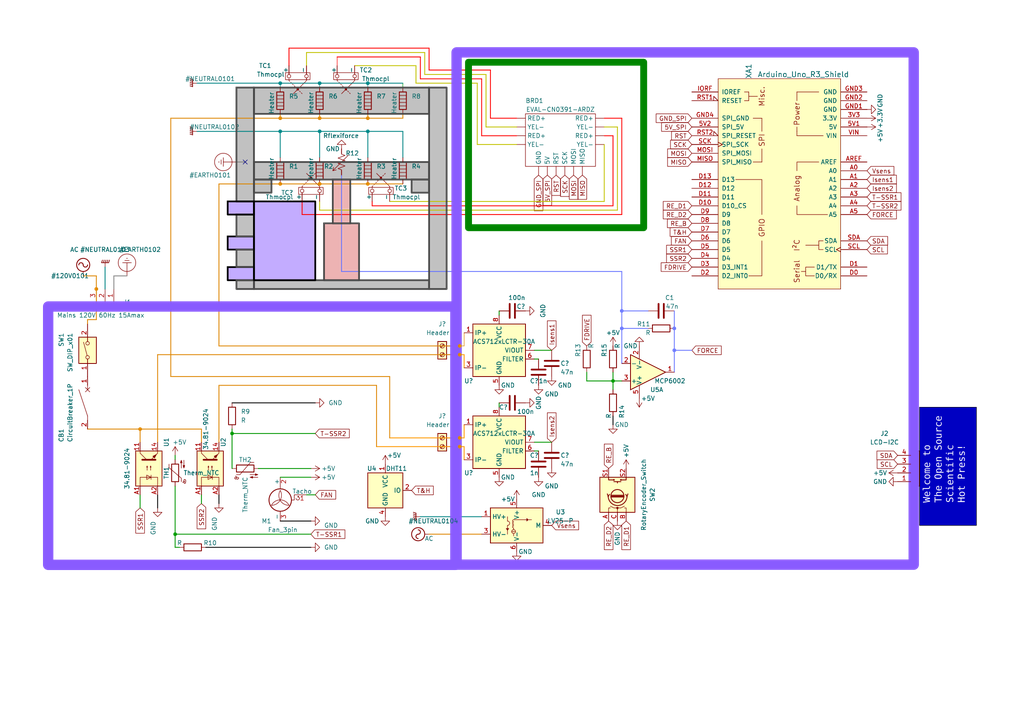
<source format=kicad_sch>
(kicad_sch (version 20230121) (generator eeschema)
  (paper "A4")
  (lib_symbols
    (symbol "Amplifier_Operational:MCP6002-xMC" (pin_names (offset 0.127))
      (property "Reference" "U" (at 0 5.08 0))
      (property "Value" "MCP6002-xMC" (at 0 -5.08 0))
      (symbol "MCP6002-xMC_0_1"
        (pin power_in line (at -2.54 -7.62 90) (length 3.81) (name "V-") (number "2"))
        (pin power_in line (at -2.54 7.62 270) (length 3.81) (name "V+") (number "5"))
      )
      (symbol "MCP6002-xMC_1_1"
        (pin output line (at 7.62 0 180) (length 2.54) (name "~") (number "1"))
        (pin input line (at -7.62 -2.54 0) (length 2.54) (name "-") (number "2"))
        (pin input line (at -7.62 2.54 0) (length 2.54) (name "+") (number "3"))
      )
      (symbol "MCP6002-xMC_2_1"
        (pin input line (at -7.62 2.54 0) (length 2.54) (name "+") (number "5"))
        (pin input line (at -7.62 -2.54 0) (length 2.54) (name "-") (number "6"))
        (pin output line (at 7.62 0 180) (length 2.54) (name "~") (number "7"))
      )
      (symbol "MCP6002-xMC_3_1"
        (pin power_in line (at -2.54 -7.62 90) (length 3.81) (name "V-") (number "4"))
        (pin power_in line (at -2.54 7.62 270) (length 3.81) (name "V+") (number "8"))
        (pin passive line (at -2.54 -7.62 90) (length 3.81) hide (name "V-") (number "9"))
      )
    )
    (symbol "Connector:Screw_Terminal_01x02" (pin_names (offset 1.016) hide)
      (property "Reference" "J" (at 0 2.54 0))
      (property "Value" "Screw_Terminal_01x02" (at 0 -5.08 0))
      (symbol "Screw_Terminal_01x02_1_1"
        (pin passive line (at -5.08 0 0) (length 3.81) (name "Pin_1") (number "1"))
        (pin passive line (at -5.08 -2.54 0) (length 3.81) (name "Pin_2") (number "2"))
      )
    )
    (symbol "Connector:Screw_Terminal_01x03" (pin_names (offset 1.016) hide)
      (property "Reference" "J" (at 0 5.08 0))
      (property "Value" "Screw_Terminal_01x03" (at 0 -5.08 0))
      (symbol "Screw_Terminal_01x03_1_1"
        (pin passive line (at -5.08 2.54 0) (length 3.81) (name "Pin_1") (number "1"))
        (pin passive line (at -5.08 0 0) (length 3.81) (name "Pin_2") (number "2"))
        (pin passive line (at -5.08 -2.54 0) (length 3.81) (name "Pin_3") (number "3"))
      )
    )
    (symbol "Connector_Generic:Conn_01x04" (pin_names (offset 1.016) hide)
      (property "Reference" "J" (at 0 5.08 0))
      (property "Value" "Conn_01x04" (at 0 -7.62 0))
      (symbol "Conn_01x04_1_1"
        (pin passive line (at -5.08 2.54 0) (length 3.81) (name "Pin_1") (number "1"))
        (pin passive line (at -5.08 0 0) (length 3.81) (name "Pin_2") (number "2"))
        (pin passive line (at -5.08 -2.54 0) (length 3.81) (name "Pin_3") (number "3"))
        (pin passive line (at -5.08 -5.08 0) (length 3.81) (name "Pin_4") (number "4"))
      )
    )
    (symbol "Device:C" (pin_numbers hide) (pin_names (offset 0.254))
      (property "Reference" "C" (at 0.635 2.54 0))
      (property "Value" "C" (at 0.635 -2.54 0))
      (symbol "C_1_1"
        (pin passive line (at 0 3.81 270) (length 2.794) (name "~") (number "1"))
        (pin passive line (at 0 -3.81 90) (length 2.794) (name "~") (number "2"))
      )
    )
    (symbol "Device:CircuitBreaker_1P"
      (property "Reference" "CB" (at 1.905 0 0))
      (property "Value" "CircuitBreaker_1P" (at 1.905 1.905 0))
      (symbol "CircuitBreaker_1P_1_1"
        (pin passive line (at 0 7.62 270) (length 2.54) (name "~") (number "1"))
        (pin passive line (at 0 -7.62 90) (length 2.54) (name "~") (number "2"))
      )
    )
    (symbol "Device:Heater" (pin_numbers hide) (pin_names (offset 0))
      (property "Reference" "R" (at 2.032 0 90))
      (property "Value" "Heater" (at -2.032 0 90))
      (symbol "Heater_1_1"
        (pin passive line (at 0 3.81 270) (length 1.27) (name "~") (number "1"))
        (pin passive line (at 0 -3.81 90) (length 1.27) (name "~") (number "2"))
      )
    )
    (symbol "Device:R" (pin_numbers hide) (pin_names (offset 0))
      (property "Reference" "R" (at 2.032 0 90))
      (property "Value" "R" (at 0 0 90))
      (symbol "R_1_1"
        (pin passive line (at 0 3.81 270) (length 1.27) (name "~") (number "1"))
        (pin passive line (at 0 -3.81 90) (length 1.27) (name "~") (number "2"))
      )
    )
    (symbol "Device:R_Variable_US" (pin_numbers hide) (pin_names (offset 0))
      (property "Reference" "R" (at 2.54 -2.54 90))
      (property "Value" "R_Variable_US" (at -2.54 -1.27 90))
      (symbol "R_Variable_US_1_1"
        (pin passive line (at 0 3.81 270) (length 1.27) (name "~") (number "1"))
        (pin passive line (at 0 -3.81 90) (length 1.27) (name "~") (number "2"))
      )
    )
    (symbol "Device:RotaryEncoder_Switch" (pin_names (offset 0.254) hide)
      (property "Reference" "SW" (at 0 6.604 0))
      (property "Value" "RotaryEncoder_Switch" (at 0 -6.604 0))
      (symbol "RotaryEncoder_Switch_1_1"
        (pin passive line (at -7.62 2.54 0) (length 2.54) (name "A") (number "A"))
        (pin passive line (at -7.62 -2.54 0) (length 2.54) (name "B") (number "B"))
        (pin passive line (at -7.62 0 0) (length 2.54) (name "C") (number "C"))
        (pin passive line (at 7.62 2.54 180) (length 2.54) (name "S1") (number "S1"))
        (pin passive line (at 7.62 -2.54 180) (length 2.54) (name "S2") (number "S2"))
      )
    )
    (symbol "Device:Thermistor_NTC" (pin_numbers hide) (pin_names (offset 0))
      (property "Reference" "TH" (at -4.445 0 90))
      (property "Value" "Thermistor_NTC" (at 3.175 0 90))
      (symbol "Thermistor_NTC_1_1"
        (pin passive line (at 0 3.81 270) (length 1.27) (name "~") (number "1"))
        (pin passive line (at 0 -3.81 90) (length 1.27) (name "~") (number "2"))
      )
    )
    (symbol "Device:Thermocouple_Block" (pin_numbers hide) (pin_names (offset 0))
      (property "Reference" "TC" (at -3.048 3.81 0))
      (property "Value" "Thermocouple_Block" (at -5.08 -4.064 0))
      (symbol "Thermocouple_Block_1_1"
        (pin passive line (at 5.08 2.54 180) (length 2.54) (name "+") (number "1"))
        (pin passive line (at 5.08 -2.54 180) (length 2.54) (name "-") (number "2"))
      )
    )
    (symbol "GND_1" (power) (pin_names (offset 0))
      (property "Value" "GND_1" (at 0 -3.81 0))
      (symbol "GND_1_1_1"
        (pin power_in line (at 0 0 270) (length 0) hide (name "GND") (number "1"))
      )
    )
    (symbol "Motor:Fan_3pin" (pin_names (offset 0))
      (property "Reference" "M" (at 2.54 2.54 0))
      (property "Value" "Fan_3pin" (at 2.54 -5.08 0))
      (symbol "Fan_3pin_1_1"
        (pin passive line (at -7.62 0 0) (length 2.54) (name "Tacho") (number "1"))
        (pin passive line (at 0 5.08 270) (length 2.54) (name "+") (number "2"))
        (pin passive line (at 0 -7.62 90) (length 2.54) (name "-") (number "3"))
      )
    )
    (symbol "PCM_arduino-library:Arduino_Uno_R3_Shield" (pin_names (offset 1.016))
      (property "Reference" "XA" (at 0 36.83 0))
      (property "Value" "Arduino_Uno_R3_Shield" (at 0 33.02 0))
      (symbol "Arduino_Uno_R3_Shield_0_0"
        (text "Analog" (at -5.08 1.27 900) (effects (font (size 1.524 1.524))))
        (text "I²C" (at -5.08 17.78 900) (effects (font (size 1.524 1.524))))
        (text "Misc." (at 5.08 -25.4 900) (effects (font (size 1.524 1.524))))
        (text "Power" (at -5.08 -20.32 900) (effects (font (size 1.524 1.524))))
        (text "Serial" (at -5.08 25.4 900) (effects (font (size 1.524 1.524))))
        (text "SPI" (at 5.08 -12.7 900) (effects (font (size 1.524 1.524))))
      )
      (symbol "Arduino_Uno_R3_Shield_1_0"
        (text "GPIO" (at 5.08 12.7 900) (effects (font (size 1.524 1.524))))
      )
      (symbol "Arduino_Uno_R3_Shield_1_1"
        (pin power_out line (at -25.4 -19.05 0) (length 7.62) (name "3.3V") (number "3V3"))
        (pin power_in line (at -25.4 -16.51 0) (length 7.62) (name "5V") (number "5V1"))
        (pin power_in line (at 25.4 -16.51 180) (length 7.62) (name "SPI_5V") (number "5V2"))
        (pin bidirectional line (at -25.4 -3.81 0) (length 7.62) (name "A0") (number "A0"))
        (pin bidirectional line (at -25.4 -1.27 0) (length 7.62) (name "A1") (number "A1"))
        (pin bidirectional line (at -25.4 1.27 0) (length 7.62) (name "A2") (number "A2"))
        (pin bidirectional line (at -25.4 3.81 0) (length 7.62) (name "A3") (number "A3"))
        (pin bidirectional line (at -25.4 6.35 0) (length 7.62) (name "A4") (number "A4"))
        (pin bidirectional line (at -25.4 8.89 0) (length 7.62) (name "A5") (number "A5"))
        (pin input line (at -25.4 -6.35 0) (length 7.62) (name "AREF") (number "AREF"))
        (pin bidirectional line (at -25.4 26.67 0) (length 7.62) (name "D0/RX") (number "D0"))
        (pin bidirectional line (at -25.4 24.13 0) (length 7.62) (name "D1/TX") (number "D1"))
        (pin bidirectional line (at 25.4 6.35 180) (length 7.62) (name "D10_CS") (number "D10"))
        (pin bidirectional line (at 25.4 3.81 180) (length 7.62) (name "D11") (number "D11"))
        (pin bidirectional line (at 25.4 1.27 180) (length 7.62) (name "D12") (number "D12"))
        (pin bidirectional line (at 25.4 -1.27 180) (length 7.62) (name "D13") (number "D13"))
        (pin bidirectional line (at 25.4 26.67 180) (length 7.62) (name "D2_INT0") (number "D2"))
        (pin bidirectional line (at 25.4 24.13 180) (length 7.62) (name "D3_INT1") (number "D3"))
        (pin bidirectional line (at 25.4 21.59 180) (length 7.62) (name "D4") (number "D4"))
        (pin bidirectional line (at 25.4 19.05 180) (length 7.62) (name "D5") (number "D5"))
        (pin bidirectional line (at 25.4 16.51 180) (length 7.62) (name "D6") (number "D6"))
        (pin bidirectional line (at 25.4 13.97 180) (length 7.62) (name "D7") (number "D7"))
        (pin bidirectional line (at 25.4 11.43 180) (length 7.62) (name "D8") (number "D8"))
        (pin bidirectional line (at 25.4 8.89 180) (length 7.62) (name "D9") (number "D9"))
        (pin power_in line (at -25.4 -21.59 0) (length 7.62) (name "GND") (number "GND1"))
        (pin power_in line (at -25.4 -24.13 0) (length 7.62) (name "GND") (number "GND2"))
        (pin power_in line (at -25.4 -26.67 0) (length 7.62) (name "GND") (number "GND3"))
        (pin power_in line (at 25.4 -19.05 180) (length 7.62) (name "SPI_GND") (number "GND4"))
        (pin output line (at 25.4 -26.67 180) (length 7.62) (name "IOREF") (number "IORF"))
        (pin input line (at 25.4 -6.35 180) (length 7.62) (name "SPI_MISO") (number "MISO"))
        (pin output line (at 25.4 -8.89 180) (length 7.62) (name "SPI_MOSI") (number "MOSI"))
        (pin open_collector input_low (at 25.4 -24.13 180) (length 7.62) (name "RESET") (number "RST1"))
        (pin open_collector input_low (at 25.4 -13.97 180) (length 7.62) (name "SPI_RESET") (number "RST2"))
        (pin output clock (at 25.4 -11.43 180) (length 7.62) (name "SPI_SCK") (number "SCK"))
        (pin bidirectional clock (at -25.4 19.05 0) (length 7.62) (name "SCL") (number "SCL"))
        (pin bidirectional line (at -25.4 16.51 0) (length 7.62) (name "SDA") (number "SDA"))
        (pin power_in line (at -25.4 -13.97 0) (length 7.62) (name "VIN") (number "VIN"))
      )
    )
    (symbol "Relay_SolidState:34.81-9024"
      (property "Reference" "U" (at -5.08 5.08 0))
      (property "Value" "34.81-9024" (at 0 5.08 0))
      (symbol "34.81-9024_1_1"
        (pin passive line (at 7.62 2.54 180) (length 2.54) (name "~") (number "11"))
        (pin passive line (at 7.62 -2.54 180) (length 2.54) (name "~") (number "14"))
        (pin passive line (at -7.62 2.54 0) (length 2.54) (name "~") (number "A1"))
        (pin passive line (at -7.62 -2.54 0) (length 2.54) (name "~") (number "A2"))
      )
    )
    (symbol "Sensor:DHT11"
      (property "Reference" "U" (at -3.81 6.35 0))
      (property "Value" "DHT11" (at 3.81 6.35 0))
      (symbol "DHT11_1_1"
        (pin power_in line (at 0 7.62 270) (length 2.54) (name "VCC") (number "1"))
        (pin bidirectional line (at 7.62 0 180) (length 2.54) (name "IO") (number "2"))
        (pin no_connect line (at -5.08 0 0) (length 2.54) hide (name "NC") (number "3"))
        (pin power_in line (at 0 -7.62 90) (length 2.54) (name "GND") (number "4"))
      )
    )
    (symbol "Sensor_Current:ACS712xLCTR-30A"
      (property "Reference" "U" (at 2.54 11.43 0))
      (property "Value" "ACS712xLCTR-30A" (at 2.54 8.89 0))
      (symbol "ACS712xLCTR-30A_1_1"
        (pin passive line (at -10.16 5.08 0) (length 2.54) (name "IP+") (number "1"))
        (pin passive line (at -10.16 5.08 0) (length 2.54) hide (name "IP+") (number "2"))
        (pin passive line (at -10.16 -5.08 0) (length 2.54) (name "IP-") (number "3"))
        (pin passive line (at -10.16 -5.08 0) (length 2.54) hide (name "IP-") (number "4"))
        (pin power_in line (at 0 -10.16 90) (length 2.54) (name "GND") (number "5"))
        (pin passive line (at 10.16 -2.54 180) (length 2.54) (name "FILTER") (number "6"))
        (pin output line (at 10.16 0 180) (length 2.54) (name "VIOUT") (number "7"))
        (pin power_in line (at 0 10.16 270) (length 2.54) (name "VCC") (number "8"))
      )
    )
    (symbol "Sensor_Voltage:LV25-P"
      (property "Reference" "U" (at -6.35 6.35 0))
      (property "Value" "LV25-P" (at 5.08 6.35 0))
      (symbol "LV25-P_1_1"
        (pin input line (at -10.16 2.54 0) (length 2.54) (name "HV+") (number "1"))
        (pin input line (at -10.16 -2.54 0) (length 2.54) (name "HV-") (number "3"))
        (pin output line (at 10.16 0 180) (length 2.54) (name "M") (number "4"))
        (pin power_in line (at 0 7.62 270) (length 2.54) (name "V+") (number "5"))
        (pin power_in line (at 0 -7.62 90) (length 2.54) (name "V-") (number "6"))
      )
    )
    (symbol "Switch:SW_DIP_x01" (pin_names (offset 0) hide)
      (property "Reference" "SW" (at 0 3.81 0))
      (property "Value" "SW_DIP_x01" (at 0 -3.81 0))
      (symbol "SW_DIP_x01_1_1"
        (pin passive line (at -7.62 0 0) (length 5.08) (name "~") (number "1"))
        (pin passive line (at 7.62 0 180) (length 5.08) (name "~") (number "2"))
      )
    )
    (symbol "custom:EVAL_CN0391-ARDZ"
      (property "Reference" "BRD" (at 0 0 0))
      (symbol "EVAL_CN0391-ARDZ_1_1"
        (pin input line (at -3.81 -10.16 90) (length 2.54) (name "5V") (number ""))
        (pin passive line (at -6.35 -10.16 90) (length 2.54) (name "GND") (number ""))
        (pin bidirectional line (at 6.35 -10.16 90) (length 2.54) (name "MISO") (number ""))
        (pin bidirectional line (at 3.81 -10.16 90) (length 2.54) (name "MOSI") (number ""))
        (pin input line (at -12.7 1.27 0) (length 2.54) (name "RED+") (number ""))
        (pin input line (at -12.7 6.35 0) (length 2.54) (name "RED+") (number ""))
        (pin input line (at 12.7 1.27 180) (length 2.54) (name "RED+") (number ""))
        (pin input line (at 12.7 6.35 180) (length 2.54) (name "RED+") (number ""))
        (pin bidirectional line (at -1.27 -10.16 90) (length 2.54) (name "RST") (number ""))
        (pin bidirectional line (at 1.27 -10.16 90) (length 2.54) (name "SCK") (number ""))
        (pin input line (at -12.7 -1.27 0) (length 2.54) (name "YEL-") (number ""))
        (pin input line (at -12.7 3.81 0) (length 2.54) (name "YEL-") (number ""))
        (pin input line (at 12.7 -1.27 180) (length 2.54) (name "YEL-") (number ""))
        (pin input line (at 12.7 3.81 180) (length 2.54) (name "YEL-") (number ""))
      )
    )
    (symbol "power:+3.3V" (power) (pin_names (offset 0))
      (property "Value" "+3.3V" (at 0 3.556 0))
      (symbol "+3.3V_1_1"
        (pin power_in line (at 0 0 90) (length 0) hide (name "+3.3V") (number "1"))
      )
    )
    (symbol "power:+5V" (power) (pin_names (offset 0))
      (property "Value" "+5V" (at 0 3.556 0))
      (symbol "+5V_1_1"
        (pin power_in line (at 0 0 90) (length 0) hide (name "+5V") (number "1"))
      )
    )
    (symbol "power:AC" (power) (pin_names (offset 0))
      (property "Value" "AC" (at 0 6.35 0))
      (symbol "AC_1_1"
        (pin power_in line (at 0 0 90) (length 0) hide (name "AC") (number "1"))
      )
    )
    (symbol "power:Earth_Protective" (power) (pin_names (offset 0))
      (symbol "Earth_Protective_1_1"
        (pin power_in line (at 0 0 270) (length 0) hide (name "Earth_Protective") (number "1"))
      )
    )
    (symbol "power:GND" (power) (pin_names (offset 0))
      (property "Value" "GND" (at 0 -3.81 0))
      (symbol "GND_1_1"
        (pin power_in line (at 0 0 270) (length 0) hide (name "GND") (number "1"))
      )
    )
    (symbol "power:GNDPWR" (power) (pin_names (offset 0))
      (property "Value" "GNDPWR" (at 0 -3.302 0))
      (symbol "GNDPWR_1_1"
        (pin power_in line (at 0 0 270) (length 0) hide (name "GNDPWR") (number "1"))
      )
    )
  )
  (junction (at 133.35 129.54) (color 221 133 0 1))
  (junction (at 92.71 34.29) (color 221 133 0 1))
  (junction (at 195.58 95.25) (color 106 119 255 1))
  (junction (at 106.68 38.1) (color 0 132 132 1))
  (junction (at 133.35 102.87) (color 221 133 0 1))
  (junction (at 67.31 125.73))
  (junction (at 106.68 24.13) (color 0 132 132 1))
  (junction (at 92.71 24.13) (color 0 132 132 1))
  (junction (at 81.28 24.13) (color 0 132 132 1))
  (junction (at 40.64 124.46) (color 221 133 0 1))
  (junction (at 195.58 101.6) (color 106 119 255 1))
  (junction (at 180.34 90.17) (color 106 119 255 1))
  (junction (at 27.94 83.82) (color 221 133 0 1))
  (junction (at 106.68 53.34) (color 221 133 0 1))
  (junction (at 81.28 53.34) (color 221 133 0 1))
  (junction (at 50.8 154.94))
  (junction (at 133.35 127) (color 221 133 0 1))
  (junction (at 133.35 100.33) (color 221 133 0 1))
  (junction (at 81.28 34.29) (color 221 133 0 1))
  (junction (at 106.68 34.29) (color 221 133 0 1))
  (junction (at 177.8 110.49))
  (junction (at 92.71 53.34) (color 221 133 0 1))
  (junction (at 92.71 38.1) (color 0 132 132 1))
  (junction (at 180.34 95.25) (color 106 119 255 1))
  (junction (at 81.28 38.1) (color 0 132 132 1))
  (no_connect (at 71.12 46.99))
  (wire (pts (xy 116.84 34.29) (xy 106.68 34.29)) (stroke (width 0.25) (color 221 133 0 1)))
  (wire (pts (xy 92.71 24.13) (xy 106.68 24.13)) (stroke (width 0.25) (color 0 132 132 1)))
  (wire (pts (xy 177.8 39.37) (xy 175.26 39.37)) (stroke (width 0.25) (color 255 0 0 1)))
  (wire (pts (xy 116.84 34.29) (xy 116.84 33.02)) (stroke (width 0.25) (color 221 133 0 1)))
  (wire (pts (xy 25.4 124.46) (xy 40.64 124.46)) (stroke (width 0.25) (color 221 133 0 1)))
  (wire (pts (xy 45.72 147.32) (xy 45.72 143.51)) (stroke (width 0.25) (color 0 0 0 1)))
  (wire (pts (xy 45.72 102.87) (xy 45.72 128.27)) (stroke (width 0.25) (color 221 133 0 1)))
  (wire (pts (xy 142.24 20.32) (xy 124.46 20.32)) (stroke (width 0.25) (color 255 0 0 1)))
  (wire (pts (xy 88.9 19.05) (xy 88.9 15.24)) (stroke (width 0.25) (color 194 194 0 1)))
  (wire (pts (xy 59.69 158.75) (xy 90.17 158.75)) (stroke (width 0.25) (color 0 0 0 1)))
  (wire (pts (xy 175.26 41.91) (xy 175.26 58.42)) (stroke (width 0.25) (color 194 194 0 1)))
  (wire (pts (xy 133.35 100.33) (xy 63.5 100.33)) (stroke (width 0.25) (color 221 133 0 1)))
  (wire (pts (xy 57.15 38.1) (xy 81.28 38.1)) (stroke (width 0.25) (color 0 132 132 1)))
  (wire (pts (xy 97.79 19.05) (xy 97.79 16.51)) (stroke (width 0) (color 255 0 0 1)))
  (wire (pts (xy 170.18 110.49) (xy 170.18 107.95)) (stroke (width 0.25)))
  (wire (pts (xy 123.19 15.24) (xy 123.19 21.59)) (stroke (width 0.25) (color 194 194 0 1)))
  (wire (pts (xy 27.94 92.71) (xy 27.94 83.82)) (stroke (width 0.25) (color 221 133 0 1)))
  (wire (pts (xy 109.22 111.76) (xy 109.22 129.54)) (stroke (width 0.25) (color 221 133 0 1)))
  (wire (pts (xy 63.5 100.33) (xy 63.5 53.34)) (stroke (width 0.25) (color 221 133 0 1)))
  (wire (pts (xy 40.64 147.32) (xy 40.64 143.51)) (stroke (width 0.25)))
  (wire (pts (xy 92.71 33.02) (xy 92.71 34.29)) (stroke (width 0.25) (color 221 133 0 1)))
  (wire (pts (xy 92.71 53.34) (xy 106.68 53.34)) (stroke (width 0.25) (color 221 133 0 1)))
  (wire (pts (xy 144.78 90.17) (xy 144.78 91.44)) (stroke (width 0.25)))
  (wire (pts (xy 106.68 34.29) (xy 92.71 34.29)) (stroke (width 0.25) (color 221 133 0 1)))
  (wire (pts (xy 106.68 33.02) (xy 106.68 34.29)) (stroke (width 0.25) (color 221 133 0 1)))
  (wire (pts (xy 139.7 22.86) (xy 139.7 39.37)) (stroke (width 0.25) (color 255 0 0 1)))
  (wire (pts (xy 63.5 146.05) (xy 63.5 143.51)) (stroke (width 0.25) (color 0 0 0 1)))
  (wire (pts (xy 99.06 50.8) (xy 99.06 78.74)) (stroke (width 0.25) (color 106 119 255 1)))
  (wire (pts (xy 180.34 95.25) (xy 180.34 105.41)) (stroke (width 0.25) (color 106 119 255 1)))
  (wire (pts (xy 50.8 154.94) (xy 90.17 154.94)) (stroke (width 0.25)))
  (wire (pts (xy 88.9 143.51) (xy 91.44 143.51)) (stroke (width 0.25)))
  (wire (pts (xy 81.28 38.1) (xy 92.71 38.1)) (stroke (width 0.25) (color 0 132 132 1)))
  (wire (pts (xy 92.71 60.96) (xy 92.71 58.42)) (stroke (width 0.25) (color 194 194 0 1)))
  (wire (pts (xy 58.42 128.27) (xy 58.42 124.46)) (stroke (width 0.25) (color 221 133 0 1)))
  (wire (pts (xy 149.86 34.29) (xy 142.24 34.29)) (stroke (width 0.25) (color 255 0 0 1)))
  (wire (pts (xy 107.95 59.69) (xy 177.8 59.69)) (stroke (width 0.25) (color 255 0 0 1)))
  (wire (pts (xy 120.65 24.13) (xy 138.43 24.13)) (stroke (width 0.25) (color 194 194 0 1)))
  (wire (pts (xy 63.5 111.76) (xy 109.22 111.76)) (stroke (width 0.25) (color 221 133 0 1)))
  (wire (pts (xy 133.35 129.54) (xy 134.62 129.54)) (stroke (width 0.25) (color 255 153 0 1)))
  (wire (pts (xy 92.71 24.13) (xy 92.71 25.4)) (stroke (width 0) (color 0 132 132 1)))
  (wire (pts (xy 170.18 110.49) (xy 177.8 110.49)) (stroke (width 0.25)))
  (wire (pts (xy 50.8 132.08) (xy 50.8 133.35)) (stroke (width 0.25)))
  (wire (pts (xy 49.53 34.29) (xy 49.53 109.22)) (stroke (width 0.25) (color 221 133 0 1)))
  (wire (pts (xy 25.4 93.98) (xy 25.4 92.71)) (stroke (width 0.25) (color 221 133 0 1)))
  (wire (pts (xy 133.35 127) (xy 134.62 127)) (stroke (width 0.25) (color 255 153 0 1)))
  (wire (pts (xy 180.34 78.74) (xy 180.34 90.17)) (stroke (width 0.25) (color 106 119 255 1)))
  (wire (pts (xy 81.28 151.13) (xy 90.17 151.13)) (stroke (width 0.25) (color 0 0 0 1)))
  (wire (pts (xy 102.87 19.05) (xy 120.65 19.05)) (stroke (width 0.25) (color 194 194 0 1)))
  (wire (pts (xy 58.42 124.46) (xy 40.64 124.46)) (stroke (width 0.25) (color 221 133 0 1)))
  (wire (pts (xy 177.8 123.19) (xy 177.8 120.65)) (stroke (width 0.25) (color 0 0 0 1)))
  (wire (pts (xy 49.53 34.29) (xy 81.28 34.29)) (stroke (width 0.25) (color 221 133 0 1)))
  (wire (pts (xy 177.8 110.49) (xy 177.8 113.03)) (stroke (width 0.25)))
  (wire (pts (xy 121.92 22.86) (xy 139.7 22.86)) (stroke (width 0.25) (color 255 0 0 1)))
  (wire (pts (xy 140.97 36.83) (xy 149.86 36.83)) (stroke (width 0.25) (color 194 194 0 1)))
  (wire (pts (xy 30.48 77.47) (xy 30.48 83.82)) (stroke (width 0.25) (color 0 132 132 1)))
  (wire (pts (xy 113.03 127) (xy 133.35 127)) (stroke (width 0.25) (color 255 153 0 1)))
  (wire (pts (xy 177.8 107.95) (xy 177.8 110.49)) (stroke (width 0.25)))
  (wire (pts (xy 116.84 45.72) (xy 116.84 38.1)) (stroke (width 0.25) (color 0 132 132 1)))
  (wire (pts (xy 195.58 101.6) (xy 195.58 107.95)) (stroke (width 0.25) (color 106 119 255 1)))
  (wire (pts (xy 74.93 135.89) (xy 90.17 135.89)) (stroke (width 0.25)))
  (wire (pts (xy 92.71 38.1) (xy 106.68 38.1)) (stroke (width 0.25) (color 0 132 132 1)))
  (wire (pts (xy 154.94 101.6) (xy 160.02 101.6)) (stroke (width 0.25)))
  (wire (pts (xy 67.31 116.84) (xy 91.44 116.84)) (stroke (width 0.25) (color 0 0 0 1)))
  (wire (pts (xy 133.35 102.87) (xy 134.62 102.87)) (stroke (width 0.25) (color 255 153 0 1)))
  (wire (pts (xy 175.26 58.42) (xy 113.03 58.42)) (stroke (width 0.25) (color 194 194 0 1)))
  (wire (pts (xy 179.07 36.83) (xy 179.07 60.96)) (stroke (width 0.25) (color 194 194 0 1)))
  (wire (pts (xy 116.84 25.4) (xy 116.84 24.13)))
  (wire (pts (xy 154.94 128.27) (xy 160.02 128.27)) (stroke (width 0.25)))
  (wire (pts (xy 138.43 41.91) (xy 149.86 41.91)) (stroke (width 0.25) (color 194 194 0 1)))
  (wire (pts (xy 106.68 53.34) (xy 116.84 53.34)) (stroke (width 0.25) (color 221 133 0 1)))
  (wire (pts (xy 113.03 109.22) (xy 113.03 127)) (stroke (width 0.25) (color 221 133 0 1)))
  (wire (pts (xy 87.63 58.42) (xy 87.63 62.23)) (stroke (width 0.25) (color 255 0 0 1)))
  (wire (pts (xy 134.62 96.52) (xy 134.62 100.33)) (stroke (width 0) (color 221 133 0 1)))
  (wire (pts (xy 50.8 158.75) (xy 50.8 154.94)) (stroke (width 0.25)))
  (wire (pts (xy 106.68 24.13) (xy 116.84 24.13)) (stroke (width 0.25) (color 0 132 132 1)))
  (wire (pts (xy 200.66 101.6) (xy 195.58 101.6)) (stroke (width 0.25) (color 106 119 255 1)))
  (wire (pts (xy 91.44 125.73) (xy 67.31 125.73)) (stroke (width 0.25)))
  (wire (pts (xy 88.9 15.24) (xy 123.19 15.24)) (stroke (width 0.25) (color 194 194 0 1)))
  (wire (pts (xy 24.13 80.01) (xy 27.94 80.01)) (stroke (width 0.25) (color 221 133 0 1)))
  (wire (pts (xy 138.43 24.13) (xy 138.43 41.91)) (stroke (width 0.25) (color 194 194 0 1)))
  (wire (pts (xy 123.19 21.59) (xy 140.97 21.59)) (stroke (width 0.25) (color 194 194 0 1)))
  (wire (pts (xy 99.06 78.74) (xy 180.34 78.74)) (stroke (width 0.25) (color 106 119 255 1)))
  (wire (pts (xy 81.28 138.43) (xy 90.17 138.43)) (stroke (width 0.25)))
  (wire (pts (xy 107.95 58.42) (xy 107.95 59.69)) (stroke (width 0.25) (color 255 0 0 1)))
  (wire (pts (xy 180.34 90.17) (xy 180.34 95.25)) (stroke (width 0.25) (color 106 119 255 1)))
  (wire (pts (xy 63.5 128.27) (xy 63.5 111.76)) (stroke (width 0.25) (color 221 133 0 1)))
  (wire (pts (xy 40.64 124.46) (xy 40.64 128.27)) (stroke (width 0.25) (color 221 133 0 1)))
  (wire (pts (xy 124.46 13.97) (xy 83.82 13.97)) (stroke (width 0.25) (color 255 0 0 1)))
  (wire (pts (xy 177.8 110.49) (xy 180.34 110.49)) (stroke (width 0.25)))
  (wire (pts (xy 45.72 102.87) (xy 133.35 102.87)) (stroke (width 0.25) (color 221 133 0 1)))
  (wire (pts (xy 121.92 16.51) (xy 121.92 22.86)) (stroke (width 0.25) (color 255 0 0 1)))
  (wire (pts (xy 134.62 129.54) (xy 134.62 133.35)) (stroke (width 0.25) (color 255 153 0 1)))
  (wire (pts (xy 142.24 34.29) (xy 142.24 20.32)) (stroke (width 0.25) (color 255 0 0 1)))
  (wire (pts (xy 120.65 19.05) (xy 120.65 24.13)) (stroke (width 0.25) (color 194 194 0 1)))
  (wire (pts (xy 52.07 158.75) (xy 50.8 158.75)) (stroke (width 0.25)))
  (wire (pts (xy 177.8 59.69) (xy 177.8 39.37)) (stroke (width 0.25) (color 255 0 0 1)))
  (wire (pts (xy 68.58 46.99) (xy 71.12 46.99)) (stroke (width 0.25) (color 132 132 132 1)))
  (wire (pts (xy 121.92 149.86) (xy 139.7 149.86)) (stroke (width 0.25) (color 0 132 132 1)))
  (wire (pts (xy 36.83 80.01) (xy 33.02 80.01)) (stroke (width 0.25) (color 132 132 132 1)))
  (wire (pts (xy 92.71 38.1) (xy 92.71 45.72)) (stroke (width 0.25) (color 0 132 132 1)))
  (wire (pts (xy 109.22 129.54) (xy 133.35 129.54)) (stroke (width 0.25) (color 255 153 0 1)))
  (wire (pts (xy 195.58 95.25) (xy 195.58 101.6)) (stroke (width 0.25) (color 106 119 255 1)))
  (wire (pts (xy 180.34 95.25) (xy 187.96 95.25)) (stroke (width 0.25) (color 106 119 255 1)))
  (wire (pts (xy 140.97 21.59) (xy 140.97 36.83)) (stroke (width 0.25) (color 194 194 0 1)))
  (wire (pts (xy 133.35 100.33) (xy 134.62 100.33)) (stroke (width 0) (color 221 133 0 1)))
  (wire (pts (xy 81.28 33.02) (xy 81.28 34.29)) (stroke (width 0.25) (color 221 133 0 1)))
  (wire (pts (xy 180.34 62.23) (xy 180.34 34.29)) (stroke (width 0.25) (color 255 0 0 1)))
  (wire (pts (xy 144.78 116.84) (xy 144.78 118.11)) (stroke (width 0.25)))
  (wire (pts (xy 87.63 62.23) (xy 180.34 62.23)) (stroke (width 0.25) (color 255 0 0 1)))
  (wire (pts (xy 33.02 80.01) (xy 33.02 83.82)) (stroke (width 0.25) (color 132 132 132 1)))
  (wire (pts (xy 27.94 80.01) (xy 27.94 83.82)) (stroke (width 0.25) (color 221 133 0 1)))
  (wire (pts (xy 195.58 90.17) (xy 195.58 95.25)) (stroke (width 0.25) (color 106 119 255 1)))
  (wire (pts (xy 81.28 38.1) (xy 81.28 45.72)) (stroke (width 0.25) (color 0 132 132 1)))
  (wire (pts (xy 179.07 60.96) (xy 92.71 60.96)) (stroke (width 0.25) (color 194 194 0 1)))
  (wire (pts (xy 156.21 104.14) (xy 154.94 104.14)) (stroke (width 0.25)))
  (wire (pts (xy 25.4 92.71) (xy 27.94 92.71)) (stroke (width 0.25) (color 221 133 0 1)))
  (wire (pts (xy 106.68 38.1) (xy 106.68 45.72)) (stroke (width 0.25) (color 0 132 132 1)))
  (wire (pts (xy 175.26 36.83) (xy 179.07 36.83)) (stroke (width 0.25) (color 194 194 0 1)))
  (wire (pts (xy 58.42 146.05) (xy 58.42 143.51)) (stroke (width 0.25)))
  (wire (pts (xy 67.31 125.73) (xy 67.31 135.89)) (stroke (width 0.25)))
  (wire (pts (xy 180.34 90.17) (xy 187.96 90.17)) (stroke (width 0.25) (color 106 119 255 1)))
  (wire (pts (xy 106.68 24.13) (xy 106.68 25.4)) (stroke (width 0) (color 0 132 132 1)))
  (wire (pts (xy 156.21 130.81) (xy 154.94 130.81)) (stroke (width 0.25)))
  (wire (pts (xy 139.7 39.37) (xy 149.86 39.37)) (stroke (width 0.25) (color 255 0 0 1)))
  (wire (pts (xy 97.79 16.51) (xy 121.92 16.51)) (stroke (width 0.25) (color 255 0 0 1)))
  (wire (pts (xy 50.8 140.97) (xy 50.8 154.94)) (stroke (width 0.25)))
  (wire (pts (xy 81.28 24.13) (xy 92.71 24.13)) (stroke (width 0.25) (color 0 132 132 1)))
  (wire (pts (xy 92.71 34.29) (xy 81.28 34.29)) (stroke (width 0.25) (color 221 133 0 1)))
  (wire (pts (xy 57.15 24.13) (xy 81.28 24.13)) (stroke (width 0.25) (color 0 132 132 1)))
  (wire (pts (xy 81.28 53.34) (xy 92.71 53.34)) (stroke (width 0.25) (color 221 133 0 1)))
  (wire (pts (xy 124.46 20.32) (xy 124.46 13.97)) (stroke (width 0.25) (color 255 0 0 1)))
  (wire (pts (xy 180.34 34.29) (xy 175.26 34.29)) (stroke (width 0.25) (color 255 0 0 1)))
  (wire (pts (xy 83.82 13.97) (xy 83.82 19.05)) (stroke (width 0.25) (color 255 0 0 1)))
  (wire (pts (xy 106.68 38.1) (xy 116.84 38.1)) (stroke (width 0.25) (color 0 132 132 1)))
  (wire (pts (xy 63.5 53.34) (xy 81.28 53.34)) (stroke (width 0.25) (color 221 133 0 1)))
  (wire (pts (xy 67.31 125.73) (xy 67.31 124.46)) (stroke (width 0.25)))
  (wire (pts (xy 134.62 102.87) (xy 134.62 106.68)) (stroke (width 0.25) (color 255 153 0 1)))
  (wire (pts (xy 124.46 154.94) (xy 139.7 154.94)) (stroke (width 0.25) (color 221 133 0 1)))
  (wire (pts (xy 81.28 24.13) (xy 81.28 25.4)) (stroke (width 0) (color 0 132 132 1)))
  (wire (pts (xy 49.53 109.22) (xy 113.03 109.22)) (stroke (width 0.25) (color 221 133 0 1)))
  (wire (pts (xy 134.62 123.19) (xy 134.62 127)) (stroke (width 0.25) (color 255 153 0 1)))
  (rectangle (start 96.52 52.07) (end 101.6 64.77) (stroke (width 0.5) (color 72 72 72 0.5)) (fill (type color) (color 194 0 0 0.3)))
  (rectangle (start 73.66 52.07) (end 78.74 55.88) (stroke (width 0.5) (color 72 72 72 0.3)) (fill (type color) (color 132 132 132 0.5)))
  (rectangle (start 66.04 68.58) (end 73.66 72.39) (stroke (width 0.5) (color 0 0 0 0.3)) (fill (type color) (color 137 91 255 0.5)))
  (rectangle (start 119.38 52.07) (end 124.46 55.88) (stroke (width 0.5) (color 72 72 72 0.3)) (fill (type color) (color 132 132 132 0.5)))
  (rectangle (start 73.66 58.42) (end 91.44 81.28) (stroke (width 0.5) (color 0 0 0 0.3)) (fill (type color) (color 137 91 255 0.5)))
  (rectangle (start 124.46 25.4) (end 129.54 83.82) (stroke (width 0.5) (color 72 72 72 0.3)) (fill (type color) (color 132 132 132 0.5)))
  (rectangle (start 13.97 88.9) (end 132.08 163.83) (stroke (width 3) (color 137 91 255 0.5490196078)))
  (rectangle (start 132.4327 15.1884) (end 265.0189 163.7784) (stroke (width 3) (color 137 91 255 0.5490196078)))
  (rectangle (start 135.89 18.0489) (end 186.69 66.04) (stroke (width 2) (color 0 132 0 1)))
  (rectangle (start 73.66 46.99) (end 124.46 52.07) (stroke (width 0.5) (color 72 72 72 0.3)) (fill (type color) (color 132 132 132 0.5)))
  (rectangle (start 93.98 64.77) (end 104.14 81.28) (stroke (width 0.5) (color 72 72 72 0.5)) (fill (type color) (color 194 0 0 0.3)))
  (rectangle (start 73.66 81.28) (end 124.46 83.82) (stroke (width 0.5) (color 72 72 72 0.3)) (fill (type color) (color 132 132 132 0.5)))
  (rectangle (start 68.58 25.4) (end 73.66 58.42) (stroke (width 0.5) (color 72 72 72 0.3)) (fill (type color) (color 132 132 132 0.5)))
  (rectangle (start 68.58 62.23) (end 73.66 68.58) (stroke (width 0.5) (color 72 72 72 0.3)) (fill (type color) (color 132 132 132 0.5)))
  (rectangle (start 73.66 25.4) (end 124.46 33.02) (stroke (width 0.5) (color 72 72 72 0.3)) (fill (type color) (color 132 132 132 0.5)))
  (rectangle (start 66.04 77.47) (end 73.66 81.28) (stroke (width 0.5) (color 0 0 0 0.3)) (fill (type color) (color 137 91 255 0.5)))
  (rectangle (start 266.7 118.11) (end 283.21 152.4) (stroke (width 0) (color 0 0 0 1)) (fill (type color) (color 0 0 194 1)))
  (rectangle (start 66.04 58.42) (end 73.66 62.23) (stroke (width 0.5) (color 0 0 0 0.3)) (fill (type color) (color 137 91 255 0.5)))
  (rectangle (start 68.58 81.28) (end 73.66 83.82) (stroke (width 0.5) (color 72 72 72 0.3)) (fill (type color) (color 132 132 132 0.5)))
  (rectangle (start 68.58 72.39) (end 73.66 77.47) (stroke (width 0.5) (color 72 72 72 0.3)) (fill (type color) (color 132 132 132 0.5)))
  (text "Welcome to \nThe Open Source\nScientific\nHot Press!" (at 280.67 146.05 90) (effects (font (size 2 2)) (justify left bottom)))
  (global_label "GND_SPI" (shape input) (at 156.21 50.8 270) (property "Intersheetrefs" "${INTERSHEET_REFS}" (effects hide)))
  (global_label "5V_SPI" (shape input) (at 200.66 36.83 180) (property "Intersheetrefs" "${INTERSHEET_REFS}" (effects hide)))
  (global_label "Vsens" (shape input) (at 251.46 49.53 0) (property "Intersheetrefs" "${INTERSHEET_REFS}" (effects hide)))
  (global_label "SDA" (shape input) (at 260.35 132.08 180) (property "Intersheetrefs" "${INTERSHEET_REFS}" (effects hide)))
  (global_label "SSR1" (shape input) (at 40.64 147.32 270) (property "Intersheetrefs" "${INTERSHEET_REFS}" (effects hide)))
  (global_label "RE_D1" (shape input) (at 181.61 151.13 270) (property "Intersheetrefs" "${INTERSHEET_REFS}" (effects hide)))
  (global_label "FORCE" (shape input) (at 251.46 62.23 0) (property "Intersheetrefs" "${INTERSHEET_REFS}" (effects hide)))
  (global_label "T-SSR1" (shape input) (at 251.46 57.15 0) (property "Intersheetrefs" "${INTERSHEET_REFS}" (effects hide)))
  (global_label "Vsens" (shape input) (at 160.02 152.4 0) (property "Intersheetrefs" "${INTERSHEET_REFS}" (effects hide)))
  (global_label "SSR2" (shape input) (at 200.66 74.93 180) (property "Intersheetrefs" "${INTERSHEET_REFS}" (effects hide)))
  (global_label "MOSI" (shape input) (at 200.66 44.45 180) (property "Intersheetrefs" "${INTERSHEET_REFS}" (effects hide)))
  (global_label "FDRIVE" (shape input) (at 170.18 100.33 90) (property "Intersheetrefs" "${INTERSHEET_REFS}" (effects hide)))
  (global_label "T-SSR2" (shape input) (at 251.46 59.69 0) (property "Intersheetrefs" "${INTERSHEET_REFS}" (effects hide)))
  (global_label "GND_SPI" (shape input) (at 200.66 34.29 180) (property "Intersheetrefs" "${INTERSHEET_REFS}" (effects hide)))
  (global_label "SCL" (shape input) (at 260.35 134.62 180) (property "Intersheetrefs" "${INTERSHEET_REFS}" (effects hide)))
  (global_label "SCK" (shape input) (at 163.83 50.8 270) (property "Intersheetrefs" "${INTERSHEET_REFS}" (effects hide)))
  (global_label "RST" (shape input) (at 200.66 39.37 180) (property "Intersheetrefs" "${INTERSHEET_REFS}" (effects hide)))
  (global_label "SCL" (shape input) (at 251.46 72.39 0) (property "Intersheetrefs" "${INTERSHEET_REFS}" (effects hide)))
  (global_label "RE_D1" (shape input) (at 200.66 59.69 180) (property "Intersheetrefs" "${INTERSHEET_REFS}" (effects hide)))
  (global_label "SDA" (shape input) (at 251.46 69.85 0) (property "Intersheetrefs" "${INTERSHEET_REFS}" (effects hide)))
  (global_label "T-SSR2" (shape input) (at 91.44 125.73 0) (property "Intersheetrefs" "${INTERSHEET_REFS}" (effects hide)))
  (global_label "FDRIVE" (shape input) (at 200.66 77.47 180) (property "Intersheetrefs" "${INTERSHEET_REFS}" (effects hide)))
  (global_label "SSR1" (shape input) (at 200.66 72.39 180) (property "Intersheetrefs" "${INTERSHEET_REFS}" (effects hide)))
  (global_label "RE_B" (shape input) (at 200.66 64.77 180) (property "Intersheetrefs" "${INTERSHEET_REFS}" (effects hide)))
  (global_label "Isens2" (shape input) (at 160.02 128.27 90) (property "Intersheetrefs" "${INTERSHEET_REFS}" (effects hide)))
  (global_label "MISO" (shape input) (at 168.91 50.8 270) (property "Intersheetrefs" "${INTERSHEET_REFS}" (effects hide)))
  (global_label "SCK" (shape input) (at 200.66 41.91 180) (property "Intersheetrefs" "${INTERSHEET_REFS}" (effects hide)))
  (global_label "FAN" (shape input) (at 200.66 69.85 180) (property "Intersheetrefs" "${INTERSHEET_REFS}" (effects hide)))
  (global_label "RE_D2" (shape input) (at 200.66 62.23 180) (property "Intersheetrefs" "${INTERSHEET_REFS}" (effects hide)))
  (global_label "FAN" (shape input) (at 91.44 143.51 0) (property "Intersheetrefs" "${INTERSHEET_REFS}" (effects hide)))
  (global_label "Isens2" (shape input) (at 251.46 54.61 0) (property "Intersheetrefs" "${INTERSHEET_REFS}" (effects hide)))
  (global_label "RST" (shape input) (at 161.29 50.8 270) (property "Intersheetrefs" "${INTERSHEET_REFS}" (effects hide)))
  (global_label "FORCE" (shape input) (at 200.66 101.6 0) (property "Intersheetrefs" "${INTERSHEET_REFS}" (effects hide)))
  (global_label "MISO" (shape input) (at 200.66 46.99 180) (property "Intersheetrefs" "${INTERSHEET_REFS}" (effects hide)))
  (global_label "Isens1" (shape input) (at 160.02 101.6 90) (property "Intersheetrefs" "${INTERSHEET_REFS}" (effects hide)))
  (global_label "5V_SPI" (shape input) (at 158.75 50.8 270) (property "Intersheetrefs" "${INTERSHEET_REFS}" (effects hide)))
  (global_label "T-SSR1" (shape input) (at 90.17 154.94 0) (property "Intersheetrefs" "${INTERSHEET_REFS}" (effects hide)))
  (global_label "T&H" (shape input) (at 200.66 67.31 180) (property "Intersheetrefs" "${INTERSHEET_REFS}" (effects hide)))
  (global_label "RE_D2" (shape input) (at 176.53 151.13 270) (property "Intersheetrefs" "${INTERSHEET_REFS}" (effects hide)))
  (global_label "T&H" (shape input) (at 119.38 142.24 0) (property "Intersheetrefs" "${INTERSHEET_REFS}" (effects hide)))
  (global_label "Isens1" (shape input) (at 251.46 52.07 0) (property "Intersheetrefs" "${INTERSHEET_REFS}" (effects hide)))
  (global_label "MOSI" (shape input) (at 166.37 50.8 270) (property "Intersheetrefs" "${INTERSHEET_REFS}" (effects hide)))
  (global_label "RE_B" (shape input) (at 176.53 135.89 90) (property "Intersheetrefs" "${INTERSHEET_REFS}" (effects hide)))
  (global_label "SSR2" (shape input) (at 58.42 146.05 270) (property "Intersheetrefs" "${INTERSHEET_REFS}" (effects hide)))
  (symbol (lib_id "Sensor_Voltage:LV25-P") (at 149.86 152.4 0) (unit 1)
    (property "Reference" "U3" (at 162.56 148.5139 0))
    (property "Value" "LV25-P" (at 162.56 151.0539 0))
    (property "Footprint" "Sensor_Voltage:LEM_LV25-P" (effects hide))
    (property "Datasheet" "https://www.lem.com/sites/default/files/products_datasheets/lv_25-p.pdf" (effects hide))
  )
  (symbol (lib_id "Device:Thermocouple_Block") (at 90.17 53.34 90) (mirror x) (unit 1)
    (property "Reference" "TC?" (at 85.09 55.88 90) (effects (justify left)))
    (property "Value" "Thmocpl" (at 85.09 57.15 90) (effects (justify left)))
  )
  (symbol (lib_id "Device:RotaryEncoder_Switch") (at 179.07 143.51 90) (unit 1)
    (property "Reference" "SW2" (at 189.23 143.51 0))
    (property "Value" "RotaryEncoder_Switch" (at 186.69 143.51 0))
  )
  (symbol (lib_id "power:GND") (at 156.21 111.76 0) (unit 1)
    (property "Reference" "#PWR017" (effects hide))
    (property "Value" "GND" (at 160.02 114.3 0))
  )
  (symbol (lib_id "Sensor_Current:ACS712xLCTR-30A") (at 144.78 101.6 0) (unit 1)
    (property "Reference" "U?" (at 134.62 110.49 0) (effects (justify left)))
    (property "Value" "ACS712xLCTR-30A" (at 137.16 99.06 0) (effects (justify left)))
    (property "Footprint" "Package_SO:SOIC-8_3.9x4.9mm_P1.27mm" (effects hide))
    (property "Datasheet" "http://www.allegromicro.com/~/media/Files/Datasheets/ACS712-Datasheet.ashx?la=en" (effects hide))
  )
  (symbol (lib_id "Device:Heater") (at 106.68 29.21 0) (unit 1)
    (property "Reference" "R7" (at 109.22 27.94 0) (effects (justify left)))
    (property "Value" "Heater" (at 104.14 33.02 90) (effects (justify left)))
  )
  (symbol (lib_id "Motor:Fan_3pin") (at 81.28 143.51 0) (mirror y) (unit 1)
    (property "Reference" "M1" (at 78.74 151.13 0) (effects (justify left)))
    (property "Value" "Fan_3pin" (at 86.36 153.67 0) (effects (justify left)))
    (property "Datasheet" "http://www.hardwarecanucks.com/forum/attachments/new-builds/16287d1330775095-help-chassis-power-fan-connectors-motherboard-asus_p8z68.jpg" (effects hide))
  )
  (symbol (lib_name "GND_1") (lib_id "power:GND") (at 149.86 160.02 0) (unit 1)
    (property "Reference" "#PWR04" (effects hide))
    (property "Value" "GND" (at 152.4 160.02 0))
  )
  (symbol (lib_id "power:GND") (at 144.78 111.76 0) (unit 1)
    (property "Reference" "#PWR?" (effects hide))
    (property "Value" "GND" (at 147.32 111.76 0))
  )
  (symbol (lib_id "Device:Thermocouple_Block") (at 86.36 24.13 90) (unit 1)
    (property "Reference" "TC1" (at 78.74 19.05 90) (effects (justify left)))
    (property "Value" "Thmocpl" (at 82.55 21.59 90) (effects (justify left)))
  )
  (symbol (lib_id "power:GNDPWR") (at 121.92 149.86 270) (unit 1)
    (property "Reference" "NEUTRAL" (at 125.73 151.13 90))
    (property "Value" "GNDPWR" (effects hide))
  )
  (symbol (lib_id "power:GND") (at 91.44 116.84 90) (unit 1)
    (property "Reference" "#PWR011" (effects hide))
    (property "Value" "GND" (at 95.25 116.84 90) (effects (justify right)))
  )
  (symbol (lib_id "power:Earth_Protective") (at 36.83 80.01 180) (unit 1)
    (property "Reference" "EARTH" (at 40.64 72.39 0))
    (property "Value" "Earth_Protective" (effects hide))
  )
  (symbol (lib_id "power:GND") (at 152.4 90.17 90) (unit 1)
    (property "Reference" "#PWR?" (effects hide))
    (property "Value" "GND" (at 157.48 90.17 0))
  )
  (symbol (lib_id "power:+5V") (at 50.8 132.08 0) (unit 1)
    (property "Reference" "#PWR025" (effects hide))
    (property "Value" "+5V" (at 52.07 128.27 0))
  )
  (symbol (lib_id "Connector_Generic:Conn_01x04") (at 265.43 137.16 0) (mirror x) (unit 1)
    (property "Reference" "J2" (at 256.54 125.73 0))
    (property "Value" "LCD-I2C" (at 256.54 128.27 0))
  )
  (symbol (lib_id "power:GND") (at 156.21 138.43 0) (unit 1)
    (property "Reference" "#PWR?" (effects hide))
    (property "Value" "GND" (at 156.21 143.51 0))
  )
  (symbol (lib_id "power:GND") (at 90.17 151.13 90) (unit 1)
    (property "Reference" "#PWR08" (effects hide))
    (property "Value" "GND" (at 93.98 152.4 90) (effects (justify right)))
  )
  (symbol (lib_id "power:+5V") (at 177.8 100.33 0) (mirror y) (unit 1)
    (property "Reference" "#PWR023" (effects hide))
    (property "Value" "+5V" (at 177.8 96.52 0))
  )
  (symbol (lib_id "Device:R") (at 170.18 104.14 0) (unit 1)
    (property "Reference" "R13" (at 167.64 101.6 90))
    (property "Value" "R" (at 171.45 100.33 90))
  )
  (symbol (lib_id "Device:Heater") (at 81.28 49.53 0) (unit 1)
    (property "Reference" "R1" (at 83.82 48.26 0) (effects (justify left)))
    (property "Value" "Heater" (at 78.74 52.07 90) (effects (justify left)))
  )
  (symbol (lib_id "power:+5V") (at 111.76 134.62 0) (unit 1)
    (property "Reference" "#PWR06" (effects hide))
    (property "Value" "+5V" (at 114.3 132.08 0))
  )
  (symbol (lib_id "Device:Thermocouple_Block") (at 100.33 24.13 90) (unit 1)
    (property "Reference" "TC2" (at 107.95 20.32 90) (effects (justify left)))
    (property "Value" "Thmocpl" (at 113.03 22.86 90) (effects (justify left)))
  )
  (symbol (lib_id "Device:R") (at 177.8 116.84 180) (unit 1)
    (property "Reference" "R14" (at 180.34 119.38 90))
    (property "Value" "R" (at 176.53 120.65 90))
  )
  (symbol (lib_id "Relay_SolidState:34.81-9024") (at 43.18 135.89 90) (unit 1)
    (property "Reference" "U1" (at 48.26 128.27 0))
    (property "Value" "34.81-9024" (at 36.83 135.89 0))
    (property "Footprint" "OptoDevice:Finder_34.81" (effects hide))
    (property "Datasheet" "http://www.us.liteon.com/downloads/LTV-817-827-847.PDF" (effects hide))
  )
  (symbol (lib_id "Connector:Screw_Terminal_01x02") (at 128.27 127 0) (mirror y) (unit 1)
    (property "Reference" "J?" (at 128.27 120.65 0))
    (property "Value" "Header" (at 127 123.19 0))
  )
  (symbol (lib_id "power:GND") (at 90.17 158.75 90) (unit 1)
    (property "Reference" "#PWR010" (effects hide))
    (property "Value" "GND" (at 93.98 158.75 90) (effects (justify right)))
  )
  (symbol (lib_id "power:GND") (at 45.72 147.32 0) (unit 1)
    (property "Reference" "#PWR014" (effects hide))
    (property "Value" "GND" (at 44.45 151.13 90) (effects (justify right)))
  )
  (symbol (lib_id "power:+5V") (at 251.46 36.83 270) (unit 1)
    (property "Reference" "#PWR01" (effects hide))
    (property "Value" "+5V" (at 255.27 39.37 0))
  )
  (symbol (lib_id "Device:C") (at 148.59 90.17 90) (unit 1)
    (property "Reference" "C?" (at 152.4 88.9 90) (effects (justify left)))
    (property "Value" "100n" (at 152.4 86.36 90) (effects (justify left)))
  )
  (symbol (lib_id "Device:C") (at 156.21 107.95 0) (unit 1)
    (property "Reference" "C?" (at 153.67 110.49 0) (effects (justify left)))
    (property "Value" "1n" (at 156.21 110.49 0) (effects (justify left)))
  )
  (symbol (lib_id "power:GNDPWR") (at 57.15 24.13 270) (unit 1)
    (property "Reference" "NEUTRAL" (at 60.96 22.86 90))
    (property "Value" "GNDPWR" (effects hide))
  )
  (symbol (lib_id "Device:C") (at 156.21 134.62 0) (unit 1)
    (property "Reference" "C?" (at 153.67 132.08 0) (effects (justify left)))
    (property "Value" "1n" (at 153.67 137.16 0) (effects (justify left)))
  )
  (symbol (lib_id "Device:R") (at 67.31 120.65 0) (unit 1)
    (property "Reference" "R9" (at 69.85 119.38 0) (effects (justify left)))
    (property "Value" "R" (at 69.85 121.92 0) (effects (justify left)))
  )
  (symbol (lib_id "power:GND") (at 160.02 135.89 0) (unit 1)
    (property "Reference" "#PWR?" (effects hide))
    (property "Value" "GND" (at 160.02 140.97 0))
  )
  (symbol (lib_id "power:+5V") (at 260.35 137.16 90) (mirror x) (unit 1)
    (property "Reference" "#PWR016" (effects hide))
    (property "Value" "+5V" (at 255.27 137.16 90))
  )
  (symbol (lib_id "power:GND") (at 185.42 100.33 180) (unit 1)
    (property "Reference" "#PWR020" (effects hide))
    (property "Value" "GND" (at 182.88 100.33 0))
  )
  (symbol (lib_id "power:Earth_Protective") (at 68.58 46.99 270) (unit 1)
    (property "Reference" "EARTH" (at 60.96 50.8 90))
    (property "Value" "Earth_Protective" (effects hide))
  )
  (symbol (lib_id "power:AC") (at 24.13 80.01 0) (unit 1)
    (property "Reference" "120V" (at 20.32 80.01 0))
    (property "Value" "AC" (at 21.59 72.39 0))
  )
  (symbol (lib_id "Device:Heater") (at 81.28 29.21 0) (unit 1)
    (property "Reference" "R5" (at 83.82 27.94 0) (effects (justify left)))
    (property "Value" "Heater" (at 78.74 33.02 90) (effects (justify left)))
  )
  (symbol (lib_id "power:GND") (at 144.78 138.43 0) (unit 1)
    (property "Reference" "#PWR0" (effects hide))
    (property "Value" "GND" (at 147.32 138.43 0))
  )
  (symbol (lib_id "Device:R") (at 177.8 104.14 0) (unit 1)
    (property "Reference" "R15" (at 175.26 101.6 90))
    (property "Value" "R" (at 179.07 100.33 90))
  )
  (symbol (lib_id "Device:Thermocouple_Block") (at 110.49 53.34 90) (mirror x) (unit 1)
    (property "Reference" "TC3" (at 118.11 54.61 90) (effects (justify left)))
    (property "Value" "Thmocpl" (at 121.92 57.15 90) (effects (justify left)))
  )
  (symbol (lib_id "power:+5V") (at 90.17 138.43 270) (unit 1)
    (property "Reference" "#PWR09" (effects hide))
    (property "Value" "+5V" (at 95.25 138.43 90))
  )
  (symbol (lib_name "GND_1") (lib_id "power:GND") (at 111.76 149.86 0) (unit 1)
    (property "Reference" "#PWR07" (effects hide))
    (property "Value" "GND" (at 107.95 151.13 0))
  )
  (symbol (lib_id "power:GND") (at 179.07 151.13 0) (mirror y) (unit 1)
    (property "Reference" "#PWR019" (effects hide))
    (property "Value" "GND" (at 179.07 156.21 90))
  )
  (symbol (lib_id "power:+5V") (at 149.86 144.78 0) (unit 1)
    (property "Reference" "#PWR05" (effects hide))
    (property "Value" "+5V" (at 147.32 144.78 0))
  )
  (symbol (lib_id "Amplifier_Operational:MCP6002-xMC") (at 187.96 107.95 0) (mirror x) (unit 1)
    (property "Reference" "U5" (at 190.5 113.03 0))
    (property "Value" "MCP6002" (at 194.31 110.49 0))
    (property "Footprint" "Package_DFN_QFN:DFN-8-1EP_3x2mm_P0.5mm_EP1.75x1.45mm" (effects hide))
    (property "Datasheet" "http://ww1.microchip.com/downloads/en/DeviceDoc/21733j.pdf" (effects hide))
  )
  (symbol (lib_id "Switch:SW_DIP_x01") (at 25.4 101.6 90) (unit 1)
    (property "Reference" "SW1" (at 17.78 96.52 0) (effects (justify right)))
    (property "Value" "SW_DIP_x01" (at 20.32 96.52 0) (effects (justify right)))
  )
  (symbol (lib_id "power:GNDPWR") (at 30.48 77.47 180) (unit 1)
    (property "Reference" "NEUTRAL" (at 30.48 72.39 0))
    (property "Value" "GNDPWR" (effects hide))
  )
  (symbol (lib_id "Device:C") (at 160.02 105.41 0) (unit 1)
    (property "Reference" "C?" (at 162.56 105.41 0) (effects (justify left)))
    (property "Value" "47n" (at 162.56 107.95 0) (effects (justify left)))
  )
  (symbol (lib_id "power:GND") (at 63.5 146.05 0) (unit 1)
    (property "Reference" "#PWR013" (effects hide))
    (property "Value" "GND" (at 62.23 149.86 90) (effects (justify right)))
  )
  (symbol (lib_id "Device:R") (at 191.77 95.25 90) (unit 1)
    (property "Reference" "R11" (at 186.69 93.98 90))
    (property "Value" "R" (at 187.96 96.52 90))
  )
  (symbol (lib_name "GND_1") (lib_id "power:GND") (at 251.46 31.75 90) (unit 1)
    (property "Reference" "#PWR03" (effects hide))
    (property "Value" "GND" (at 255.27 29.21 0))
  )
  (symbol (lib_id "Device:C") (at 160.02 132.08 0) (unit 1)
    (property "Reference" "C?" (at 162.56 132.08 0) (effects (justify left)))
    (property "Value" "47n" (at 162.56 134.62 0) (effects (justify left)))
  )
  (symbol (lib_id "Device:Heater") (at 106.68 49.53 0) (unit 1)
    (property "Reference" "R3" (at 109.22 48.26 0) (effects (justify left)))
    (property "Value" "Heater" (at 104.14 52.07 90) (effects (justify left)))
  )
  (symbol (lib_id "Device:Heater") (at 92.71 29.21 0) (unit 1)
    (property "Reference" "R6" (at 95.25 27.94 0) (effects (justify left)))
    (property "Value" "Heater" (at 90.17 33.02 90) (effects (justify left)))
  )
  (symbol (lib_id "custom:EVAL_CN0391-ARDZ") (at 162.56 40.64 0) (unit 1)
    (property "Reference" "BRD1" (at 152.4 29.21 0) (effects (justify left)))
    (property "Value" "EVAL-CN0391-ARDZ" (at 162.56 31.75 0))
    (property "Footprint" "EVAL-CN0391-ARDZ" (effects hide))
  )
  (symbol (lib_id "power:GND") (at 177.8 123.19 0) (unit 1)
    (property "Reference" "#PWR024" (effects hide))
    (property "Value" "GND" (at 180.34 123.19 0))
  )
  (symbol (lib_id "Device:CircuitBreaker_1P") (at 25.4 116.84 0) (unit 1)
    (property "Reference" "CB1" (at 17.78 128.27 90) (effects (justify left)))
    (property "Value" "CircuitBreaker_1P" (at 20.32 128.27 90) (effects (justify left)))
  )
  (symbol (lib_id "Device:R") (at 55.88 158.75 90) (unit 1)
    (property "Reference" "R10" (at 60.96 157.48 90))
    (property "Value" "R" (at 52.07 157.48 90))
  )
  (symbol (lib_id "Connector:Screw_Terminal_01x02") (at 128.27 100.33 0) (mirror y) (unit 1)
    (property "Reference" "J?" (at 128.27 93.98 0))
    (property "Value" "Header" (at 127 96.52 0))
  )
  (symbol (lib_id "Device:R_Variable_US") (at 99.06 46.99 180) (unit 1)
    (property "Reference" "R12" (at 104.14 44.45 0) (effects (justify left)))
    (property "Value" "Rflexiforce" (at 104.14 39.37 0) (effects (justify left)))
  )
  (symbol (lib_id "Sensor:DHT11") (at 111.76 142.24 0) (unit 1)
    (property "Reference" "U4" (at 109.22 135.89 0) (effects (justify right)))
    (property "Value" "DHT11" (at 118.11 135.89 0) (effects (justify right)))
    (property "Footprint" "Sensor:Aosong_DHT11_5.5x12.0_P2.54mm" (effects hide))
    (property "Datasheet" "http://akizukidenshi.com/download/ds/aosong/DHT11.pdf" (effects hide))
  )
  (symbol (lib_id "Device:Thermistor_NTC") (at 71.12 135.89 90) (unit 1)
    (property "Reference" "TH2" (at 71.12 133.35 90))
    (property "Value" "Therm_NTC" (at 71.12 143.51 0))
  )
  (symbol (lib_id "power:GND") (at 160.02 109.22 0) (unit 1)
    (property "Reference" "#PWR?" (effects hide))
    (property "Value" "GND" (at 163.83 111.76 0))
  )
  (symbol (lib_id "Connector:Screw_Terminal_01x03") (at 30.48 88.9 270) (unit 1)
    (property "Reference" "J1" (at 38.1 87.63 90) (effects (justify right)))
    (property "Value" "Mains 120V 60Hz 15Amax" (at 41.91 91.44 90) (effects (justify right)))
  )
  (symbol (lib_id "power:GNDPWR") (at 57.15 38.1 270) (unit 1)
    (property "Reference" "NEUTRAL" (at 62.23 36.83 90))
    (property "Value" "GNDPWR" (effects hide))
  )
  (symbol (lib_id "Device:C") (at 148.59 116.84 90) (unit 1)
    (property "Reference" "C?" (at 147.32 118.11 90) (effects (justify left)))
    (property "Value" "100n" (at 154.94 119.38 90) (effects (justify left)))
  )
  (symbol (lib_id "Sensor_Current:ACS712xLCTR-30A") (at 144.78 128.27 0) (unit 1)
    (property "Reference" "U?" (at 134.62 137.16 0) (effects (justify left)))
    (property "Value" "ACS712xLCTR-30A" (at 137.16 125.73 0) (effects (justify left)))
    (property "Footprint" "Package_SO:SOIC-8_3.9x4.9mm_P1.27mm" (effects hide))
    (property "Datasheet" "http://www.allegromicro.com/~/media/Files/Datasheets/ACS712-Datasheet.ashx?la=en" (effects hide))
  )
  (symbol (lib_id "Device:C") (at 191.77 90.17 90) (unit 1)
    (property "Reference" "C1" (at 195.58 86.36 90) (effects (justify left)))
    (property "Value" "47n" (at 196.85 88.9 90) (effects (justify left)))
  )
  (symbol (lib_id "power:GND") (at 99.06 43.18 180) (unit 1)
    (property "Reference" "#PWR022" (effects hide))
    (property "Value" "GND" (at 96.52 43.18 0))
  )
  (symbol (lib_id "power:AC") (at 124.46 154.94 90) (unit 1)
    (property "Reference" "120V01" (effects hide))
    (property "Value" "AC" (at 124.46 156.21 90))
  )
  (symbol (lib_id "power:GND") (at 260.35 139.7 270) (mirror x) (unit 1)
    (property "Reference" "#PWR015" (effects hide))
    (property "Value" "GND" (at 255.27 139.7 90))
  )
  (symbol (lib_id "power:+5V") (at 185.42 115.57 180) (unit 1)
    (property "Reference" "#PWR021" (effects hide))
    (property "Value" "+5V" (at 187.96 115.57 0))
  )
  (symbol (lib_id "Device:Thermistor_NTC") (at 50.8 137.16 180) (unit 1)
    (property "Reference" "TH1" (at 48.26 137.16 90))
    (property "Value" "Therm_NTC" (at 58.42 137.16 0))
  )
  (symbol (lib_id "Device:Heater") (at 116.84 29.21 0) (unit 1)
    (property "Reference" "R8" (at 119.38 27.94 0) (effects (justify left)))
    (property "Value" "Heater" (at 114.3 33.02 90) (effects (justify left)))
  )
  (symbol (lib_id "Relay_SolidState:34.81-9024") (at 60.96 135.89 90) (unit 1)
    (property "Reference" "U2" (at 64.77 128.27 0))
    (property "Value" "34.81-9024" (at 59.69 124.46 0))
    (property "Footprint" "OptoDevice:Finder_34.81" (effects hide))
    (property "Datasheet" "http://www.us.liteon.com/downloads/LTV-817-827-847.PDF" (effects hide))
  )
  (symbol (lib_id "power:GND") (at 152.4 116.84 90) (unit 1)
    (property "Reference" "#PWR?" (effects hide))
    (property "Value" "GND" (at 156.21 116.84 0))
  )
  (symbol (lib_id "power:+5V") (at 90.17 135.89 270) (unit 1)
    (property "Reference" "#PWR012" (effects hide))
    (property "Value" "+5V" (at 95.25 135.89 90))
  )
  (symbol (lib_id "Device:Heater") (at 92.71 49.53 0) (unit 1)
    (property "Reference" "R2" (at 93.98 48.26 0) (effects (justify left)))
    (property "Value" "Heater" (at 90.17 52.07 90) (effects (justify left)))
  )
  (symbol (lib_id "Device:Heater") (at 116.84 49.53 0) (unit 1)
    (property "Reference" "R4" (at 119.38 48.26 0) (effects (justify left)))
    (property "Value" "Heater" (at 114.3 52.07 90) (effects (justify left)))
  )
  (symbol (lib_id "PCM_arduino-library:Arduino_Uno_R3_Shield") (at 226.06 53.34 180) (unit 1)
    (property "Reference" "XA1" (at 217.17 22.86 90) (effects (font (size 1.524 1.524)) (justify right)))
    (property "Value" "Arduino_Uno_R3_Shield" (at 219.71 21.59 0) (effects (font (size 1.524 1.524)) (justify right)))
    (property "Footprint" "PCM_arduino-library:Arduino_Uno_R3_Shield" (effects hide))
    (property "Datasheet" "https://docs.arduino.cc/hardware/uno-rev3" (effects hide))
  )
  (symbol (lib_id "power:+3.3V") (at 251.46 34.29 270) (unit 1)
    (property "Reference" "#PWR02" (effects hide))
    (property "Value" "+3.3V" (at 255.27 34.29 0))
  )
  (symbol (lib_id "power:+5V") (at 181.61 135.89 0) (mirror y) (unit 1)
    (property "Reference" "#PWR018" (effects hide))
    (property "Value" "+5V" (at 181.61 130.81 90))
  )
)
</source>
